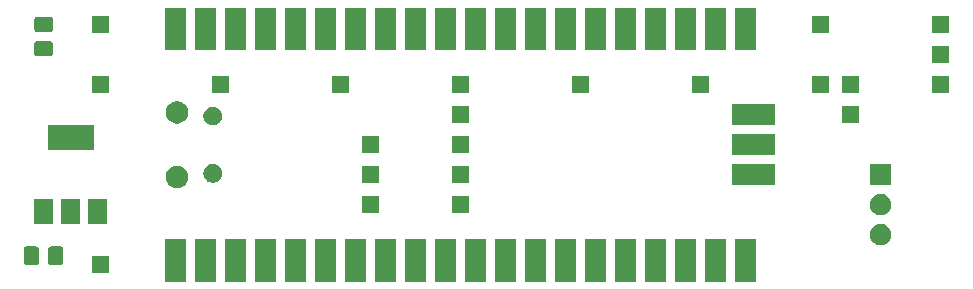
<source format=gbr>
G04 #@! TF.GenerationSoftware,KiCad,Pcbnew,5.1.5+dfsg1-2build2*
G04 #@! TF.CreationDate,2022-10-01T19:43:28+01:00*
G04 #@! TF.ProjectId,zx-memory-16-32,7a782d6d-656d-46f7-9279-2d31362d3332,rev?*
G04 #@! TF.SameCoordinates,Original*
G04 #@! TF.FileFunction,Soldermask,Top*
G04 #@! TF.FilePolarity,Negative*
%FSLAX46Y46*%
G04 Gerber Fmt 4.6, Leading zero omitted, Abs format (unit mm)*
G04 Created by KiCad (PCBNEW 5.1.5+dfsg1-2build2) date 2022-10-01 19:43:28*
%MOMM*%
%LPD*%
G04 APERTURE LIST*
%ADD10C,0.100000*%
G04 APERTURE END LIST*
D10*
G36*
X91071000Y-97951000D02*
G01*
X89269000Y-97951000D01*
X89269000Y-94349000D01*
X91071000Y-94349000D01*
X91071000Y-97951000D01*
G37*
G36*
X63131000Y-97951000D02*
G01*
X61329000Y-97951000D01*
X61329000Y-94349000D01*
X63131000Y-94349000D01*
X63131000Y-97951000D01*
G37*
G36*
X85991000Y-97951000D02*
G01*
X84189000Y-97951000D01*
X84189000Y-94349000D01*
X85991000Y-94349000D01*
X85991000Y-97951000D01*
G37*
G36*
X83451000Y-97951000D02*
G01*
X81649000Y-97951000D01*
X81649000Y-94349000D01*
X83451000Y-94349000D01*
X83451000Y-97951000D01*
G37*
G36*
X80911000Y-97951000D02*
G01*
X79109000Y-97951000D01*
X79109000Y-94349000D01*
X80911000Y-94349000D01*
X80911000Y-97951000D01*
G37*
G36*
X78371000Y-97951000D02*
G01*
X76569000Y-97951000D01*
X76569000Y-94349000D01*
X78371000Y-94349000D01*
X78371000Y-97951000D01*
G37*
G36*
X75831000Y-97951000D02*
G01*
X74029000Y-97951000D01*
X74029000Y-94349000D01*
X75831000Y-94349000D01*
X75831000Y-97951000D01*
G37*
G36*
X73291000Y-97951000D02*
G01*
X71489000Y-97951000D01*
X71489000Y-94349000D01*
X73291000Y-94349000D01*
X73291000Y-97951000D01*
G37*
G36*
X70751000Y-97951000D02*
G01*
X68949000Y-97951000D01*
X68949000Y-94349000D01*
X70751000Y-94349000D01*
X70751000Y-97951000D01*
G37*
G36*
X68211000Y-97951000D02*
G01*
X66409000Y-97951000D01*
X66409000Y-94349000D01*
X68211000Y-94349000D01*
X68211000Y-97951000D01*
G37*
G36*
X65671000Y-97951000D02*
G01*
X63869000Y-97951000D01*
X63869000Y-94349000D01*
X65671000Y-94349000D01*
X65671000Y-97951000D01*
G37*
G36*
X58051000Y-97951000D02*
G01*
X56249000Y-97951000D01*
X56249000Y-94349000D01*
X58051000Y-94349000D01*
X58051000Y-97951000D01*
G37*
G36*
X55511000Y-97951000D02*
G01*
X53709000Y-97951000D01*
X53709000Y-94349000D01*
X55511000Y-94349000D01*
X55511000Y-97951000D01*
G37*
G36*
X52971000Y-97951000D02*
G01*
X51169000Y-97951000D01*
X51169000Y-94349000D01*
X52971000Y-94349000D01*
X52971000Y-97951000D01*
G37*
G36*
X50431000Y-97951000D02*
G01*
X48629000Y-97951000D01*
X48629000Y-94349000D01*
X50431000Y-94349000D01*
X50431000Y-97951000D01*
G37*
G36*
X47891000Y-97951000D02*
G01*
X46089000Y-97951000D01*
X46089000Y-94349000D01*
X47891000Y-94349000D01*
X47891000Y-97951000D01*
G37*
G36*
X45351000Y-97951000D02*
G01*
X43549000Y-97951000D01*
X43549000Y-94349000D01*
X45351000Y-94349000D01*
X45351000Y-97951000D01*
G37*
G36*
X42811000Y-97951000D02*
G01*
X41009000Y-97951000D01*
X41009000Y-94349000D01*
X42811000Y-94349000D01*
X42811000Y-97951000D01*
G37*
G36*
X88531000Y-97951000D02*
G01*
X86729000Y-97951000D01*
X86729000Y-94349000D01*
X88531000Y-94349000D01*
X88531000Y-97951000D01*
G37*
G36*
X60591000Y-97951000D02*
G01*
X58789000Y-97951000D01*
X58789000Y-94349000D01*
X60591000Y-94349000D01*
X60591000Y-97951000D01*
G37*
G36*
X36286000Y-97246000D02*
G01*
X34834000Y-97246000D01*
X34834000Y-95794000D01*
X36286000Y-95794000D01*
X36286000Y-97246000D01*
G37*
G36*
X30173983Y-94986434D02*
G01*
X30211372Y-94997776D01*
X30245826Y-95016191D01*
X30276025Y-95040975D01*
X30300809Y-95071174D01*
X30319224Y-95105628D01*
X30330566Y-95143017D01*
X30335000Y-95188035D01*
X30335000Y-96327965D01*
X30330566Y-96372983D01*
X30319224Y-96410372D01*
X30300809Y-96444826D01*
X30276025Y-96475025D01*
X30245826Y-96499809D01*
X30211372Y-96518224D01*
X30173983Y-96529566D01*
X30128965Y-96534000D01*
X29264035Y-96534000D01*
X29219017Y-96529566D01*
X29181628Y-96518224D01*
X29147174Y-96499809D01*
X29116975Y-96475025D01*
X29092191Y-96444826D01*
X29073776Y-96410372D01*
X29062434Y-96372983D01*
X29058000Y-96327965D01*
X29058000Y-95188035D01*
X29062434Y-95143017D01*
X29073776Y-95105628D01*
X29092191Y-95071174D01*
X29116975Y-95040975D01*
X29147174Y-95016191D01*
X29181628Y-94997776D01*
X29219017Y-94986434D01*
X29264035Y-94982000D01*
X30128965Y-94982000D01*
X30173983Y-94986434D01*
G37*
G36*
X32248983Y-94986434D02*
G01*
X32286372Y-94997776D01*
X32320826Y-95016191D01*
X32351025Y-95040975D01*
X32375809Y-95071174D01*
X32394224Y-95105628D01*
X32405566Y-95143017D01*
X32410000Y-95188035D01*
X32410000Y-96327965D01*
X32405566Y-96372983D01*
X32394224Y-96410372D01*
X32375809Y-96444826D01*
X32351025Y-96475025D01*
X32320826Y-96499809D01*
X32286372Y-96518224D01*
X32248983Y-96529566D01*
X32203965Y-96534000D01*
X31339035Y-96534000D01*
X31294017Y-96529566D01*
X31256628Y-96518224D01*
X31222174Y-96499809D01*
X31191975Y-96475025D01*
X31167191Y-96444826D01*
X31148776Y-96410372D01*
X31137434Y-96372983D01*
X31133000Y-96327965D01*
X31133000Y-95188035D01*
X31137434Y-95143017D01*
X31148776Y-95105628D01*
X31167191Y-95071174D01*
X31191975Y-95040975D01*
X31222174Y-95016191D01*
X31256628Y-94997776D01*
X31294017Y-94986434D01*
X31339035Y-94982000D01*
X32203965Y-94982000D01*
X32248983Y-94986434D01*
G37*
G36*
X101713512Y-93083927D02*
G01*
X101862812Y-93113624D01*
X102026784Y-93181544D01*
X102174354Y-93280147D01*
X102299853Y-93405646D01*
X102398456Y-93553216D01*
X102466376Y-93717188D01*
X102501000Y-93891259D01*
X102501000Y-94068741D01*
X102466376Y-94242812D01*
X102398456Y-94406784D01*
X102299853Y-94554354D01*
X102174354Y-94679853D01*
X102026784Y-94778456D01*
X101862812Y-94846376D01*
X101713512Y-94876073D01*
X101688742Y-94881000D01*
X101511258Y-94881000D01*
X101486488Y-94876073D01*
X101337188Y-94846376D01*
X101173216Y-94778456D01*
X101025646Y-94679853D01*
X100900147Y-94554354D01*
X100801544Y-94406784D01*
X100733624Y-94242812D01*
X100699000Y-94068741D01*
X100699000Y-93891259D01*
X100733624Y-93717188D01*
X100801544Y-93553216D01*
X100900147Y-93405646D01*
X101025646Y-93280147D01*
X101173216Y-93181544D01*
X101337188Y-93113624D01*
X101486488Y-93083927D01*
X101511258Y-93079000D01*
X101688742Y-93079000D01*
X101713512Y-93083927D01*
G37*
G36*
X33821000Y-93101000D02*
G01*
X32219000Y-93101000D01*
X32219000Y-90999000D01*
X33821000Y-90999000D01*
X33821000Y-93101000D01*
G37*
G36*
X36121000Y-93101000D02*
G01*
X34519000Y-93101000D01*
X34519000Y-90999000D01*
X36121000Y-90999000D01*
X36121000Y-93101000D01*
G37*
G36*
X31521000Y-93101000D02*
G01*
X29919000Y-93101000D01*
X29919000Y-90999000D01*
X31521000Y-90999000D01*
X31521000Y-93101000D01*
G37*
G36*
X101713512Y-90543927D02*
G01*
X101862812Y-90573624D01*
X102026784Y-90641544D01*
X102174354Y-90740147D01*
X102299853Y-90865646D01*
X102398456Y-91013216D01*
X102466376Y-91177188D01*
X102501000Y-91351259D01*
X102501000Y-91528741D01*
X102466376Y-91702812D01*
X102398456Y-91866784D01*
X102299853Y-92014354D01*
X102174354Y-92139853D01*
X102026784Y-92238456D01*
X101862812Y-92306376D01*
X101713512Y-92336073D01*
X101688742Y-92341000D01*
X101511258Y-92341000D01*
X101486488Y-92336073D01*
X101337188Y-92306376D01*
X101173216Y-92238456D01*
X101025646Y-92139853D01*
X100900147Y-92014354D01*
X100801544Y-91866784D01*
X100733624Y-91702812D01*
X100699000Y-91528741D01*
X100699000Y-91351259D01*
X100733624Y-91177188D01*
X100801544Y-91013216D01*
X100900147Y-90865646D01*
X101025646Y-90740147D01*
X101173216Y-90641544D01*
X101337188Y-90573624D01*
X101486488Y-90543927D01*
X101511258Y-90539000D01*
X101688742Y-90539000D01*
X101713512Y-90543927D01*
G37*
G36*
X66766000Y-92166000D02*
G01*
X65314000Y-92166000D01*
X65314000Y-90714000D01*
X66766000Y-90714000D01*
X66766000Y-92166000D01*
G37*
G36*
X59146000Y-92166000D02*
G01*
X57694000Y-92166000D01*
X57694000Y-90714000D01*
X59146000Y-90714000D01*
X59146000Y-92166000D01*
G37*
G36*
X42317395Y-88170546D02*
G01*
X42490466Y-88242234D01*
X42490467Y-88242235D01*
X42646227Y-88346310D01*
X42778690Y-88478773D01*
X42831081Y-88557182D01*
X42882766Y-88634534D01*
X42954454Y-88807605D01*
X42991000Y-88991333D01*
X42991000Y-89178667D01*
X42954454Y-89362395D01*
X42882766Y-89535466D01*
X42882765Y-89535467D01*
X42778690Y-89691227D01*
X42646227Y-89823690D01*
X42567818Y-89876081D01*
X42490466Y-89927766D01*
X42317395Y-89999454D01*
X42133667Y-90036000D01*
X41946333Y-90036000D01*
X41762605Y-89999454D01*
X41589534Y-89927766D01*
X41512182Y-89876081D01*
X41433773Y-89823690D01*
X41301310Y-89691227D01*
X41197235Y-89535467D01*
X41197234Y-89535466D01*
X41125546Y-89362395D01*
X41089000Y-89178667D01*
X41089000Y-88991333D01*
X41125546Y-88807605D01*
X41197234Y-88634534D01*
X41248919Y-88557182D01*
X41301310Y-88478773D01*
X41433773Y-88346310D01*
X41589533Y-88242235D01*
X41589534Y-88242234D01*
X41762605Y-88170546D01*
X41946333Y-88134000D01*
X42133667Y-88134000D01*
X42317395Y-88170546D01*
G37*
G36*
X92641000Y-89801000D02*
G01*
X89039000Y-89801000D01*
X89039000Y-87999000D01*
X92641000Y-87999000D01*
X92641000Y-89801000D01*
G37*
G36*
X102501000Y-89801000D02*
G01*
X100699000Y-89801000D01*
X100699000Y-87999000D01*
X102501000Y-87999000D01*
X102501000Y-89801000D01*
G37*
G36*
X66766000Y-89626000D02*
G01*
X65314000Y-89626000D01*
X65314000Y-88174000D01*
X66766000Y-88174000D01*
X66766000Y-89626000D01*
G37*
G36*
X59146000Y-89626000D02*
G01*
X57694000Y-89626000D01*
X57694000Y-88174000D01*
X59146000Y-88174000D01*
X59146000Y-89626000D01*
G37*
G36*
X45303642Y-88014781D02*
G01*
X45449414Y-88075162D01*
X45449416Y-88075163D01*
X45580608Y-88162822D01*
X45692178Y-88274392D01*
X45779837Y-88405584D01*
X45779838Y-88405586D01*
X45840219Y-88551358D01*
X45871000Y-88706107D01*
X45871000Y-88863893D01*
X45840219Y-89018642D01*
X45779838Y-89164414D01*
X45779837Y-89164416D01*
X45692178Y-89295608D01*
X45580608Y-89407178D01*
X45449416Y-89494837D01*
X45449415Y-89494838D01*
X45449414Y-89494838D01*
X45303642Y-89555219D01*
X45148893Y-89586000D01*
X44991107Y-89586000D01*
X44836358Y-89555219D01*
X44690586Y-89494838D01*
X44690585Y-89494838D01*
X44690584Y-89494837D01*
X44559392Y-89407178D01*
X44447822Y-89295608D01*
X44360163Y-89164416D01*
X44360162Y-89164414D01*
X44299781Y-89018642D01*
X44269000Y-88863893D01*
X44269000Y-88706107D01*
X44299781Y-88551358D01*
X44360162Y-88405586D01*
X44360163Y-88405584D01*
X44447822Y-88274392D01*
X44559392Y-88162822D01*
X44690584Y-88075163D01*
X44690586Y-88075162D01*
X44836358Y-88014781D01*
X44991107Y-87984000D01*
X45148893Y-87984000D01*
X45303642Y-88014781D01*
G37*
G36*
X92641000Y-87261000D02*
G01*
X89039000Y-87261000D01*
X89039000Y-85459000D01*
X92641000Y-85459000D01*
X92641000Y-87261000D01*
G37*
G36*
X66766000Y-87086000D02*
G01*
X65314000Y-87086000D01*
X65314000Y-85634000D01*
X66766000Y-85634000D01*
X66766000Y-87086000D01*
G37*
G36*
X59146000Y-87086000D02*
G01*
X57694000Y-87086000D01*
X57694000Y-85634000D01*
X59146000Y-85634000D01*
X59146000Y-87086000D01*
G37*
G36*
X34971000Y-86801000D02*
G01*
X31069000Y-86801000D01*
X31069000Y-84699000D01*
X34971000Y-84699000D01*
X34971000Y-86801000D01*
G37*
G36*
X45303642Y-83164781D02*
G01*
X45449414Y-83225162D01*
X45449416Y-83225163D01*
X45580608Y-83312822D01*
X45692178Y-83424392D01*
X45770316Y-83541335D01*
X45779838Y-83555586D01*
X45840219Y-83701358D01*
X45871000Y-83856107D01*
X45871000Y-84013893D01*
X45840219Y-84168642D01*
X45810154Y-84241225D01*
X45779837Y-84314416D01*
X45692178Y-84445608D01*
X45580608Y-84557178D01*
X45449416Y-84644837D01*
X45449415Y-84644838D01*
X45449414Y-84644838D01*
X45303642Y-84705219D01*
X45148893Y-84736000D01*
X44991107Y-84736000D01*
X44836358Y-84705219D01*
X44690586Y-84644838D01*
X44690585Y-84644838D01*
X44690584Y-84644837D01*
X44559392Y-84557178D01*
X44447822Y-84445608D01*
X44360163Y-84314416D01*
X44329846Y-84241225D01*
X44299781Y-84168642D01*
X44269000Y-84013893D01*
X44269000Y-83856107D01*
X44299781Y-83701358D01*
X44360162Y-83555586D01*
X44369684Y-83541335D01*
X44447822Y-83424392D01*
X44559392Y-83312822D01*
X44690584Y-83225163D01*
X44690586Y-83225162D01*
X44836358Y-83164781D01*
X44991107Y-83134000D01*
X45148893Y-83134000D01*
X45303642Y-83164781D01*
G37*
G36*
X92641000Y-84721000D02*
G01*
X89039000Y-84721000D01*
X89039000Y-82919000D01*
X92641000Y-82919000D01*
X92641000Y-84721000D01*
G37*
G36*
X42317395Y-82720546D02*
G01*
X42490466Y-82792234D01*
X42490467Y-82792235D01*
X42646227Y-82896310D01*
X42778690Y-83028773D01*
X42778691Y-83028775D01*
X42882766Y-83184534D01*
X42954454Y-83357605D01*
X42991000Y-83541333D01*
X42991000Y-83728667D01*
X42954454Y-83912395D01*
X42882766Y-84085466D01*
X42882765Y-84085467D01*
X42778690Y-84241227D01*
X42646227Y-84373690D01*
X42615301Y-84394354D01*
X42490466Y-84477766D01*
X42317395Y-84549454D01*
X42133667Y-84586000D01*
X41946333Y-84586000D01*
X41762605Y-84549454D01*
X41589534Y-84477766D01*
X41464699Y-84394354D01*
X41433773Y-84373690D01*
X41301310Y-84241227D01*
X41197235Y-84085467D01*
X41197234Y-84085466D01*
X41125546Y-83912395D01*
X41089000Y-83728667D01*
X41089000Y-83541333D01*
X41125546Y-83357605D01*
X41197234Y-83184534D01*
X41301309Y-83028775D01*
X41301310Y-83028773D01*
X41433773Y-82896310D01*
X41589533Y-82792235D01*
X41589534Y-82792234D01*
X41762605Y-82720546D01*
X41946333Y-82684000D01*
X42133667Y-82684000D01*
X42317395Y-82720546D01*
G37*
G36*
X99786000Y-84546000D02*
G01*
X98334000Y-84546000D01*
X98334000Y-83094000D01*
X99786000Y-83094000D01*
X99786000Y-84546000D01*
G37*
G36*
X66766000Y-84546000D02*
G01*
X65314000Y-84546000D01*
X65314000Y-83094000D01*
X66766000Y-83094000D01*
X66766000Y-84546000D01*
G37*
G36*
X97246000Y-82006000D02*
G01*
X95794000Y-82006000D01*
X95794000Y-80554000D01*
X97246000Y-80554000D01*
X97246000Y-82006000D01*
G37*
G36*
X87086000Y-82006000D02*
G01*
X85634000Y-82006000D01*
X85634000Y-80554000D01*
X87086000Y-80554000D01*
X87086000Y-82006000D01*
G37*
G36*
X76926000Y-82006000D02*
G01*
X75474000Y-82006000D01*
X75474000Y-80554000D01*
X76926000Y-80554000D01*
X76926000Y-82006000D01*
G37*
G36*
X66766000Y-82006000D02*
G01*
X65314000Y-82006000D01*
X65314000Y-80554000D01*
X66766000Y-80554000D01*
X66766000Y-82006000D01*
G37*
G36*
X46446000Y-82006000D02*
G01*
X44994000Y-82006000D01*
X44994000Y-80554000D01*
X46446000Y-80554000D01*
X46446000Y-82006000D01*
G37*
G36*
X36286000Y-82006000D02*
G01*
X34834000Y-82006000D01*
X34834000Y-80554000D01*
X36286000Y-80554000D01*
X36286000Y-82006000D01*
G37*
G36*
X99786000Y-82006000D02*
G01*
X98334000Y-82006000D01*
X98334000Y-80554000D01*
X99786000Y-80554000D01*
X99786000Y-82006000D01*
G37*
G36*
X56606000Y-82006000D02*
G01*
X55154000Y-82006000D01*
X55154000Y-80554000D01*
X56606000Y-80554000D01*
X56606000Y-82006000D01*
G37*
G36*
X107406000Y-82006000D02*
G01*
X105954000Y-82006000D01*
X105954000Y-80554000D01*
X107406000Y-80554000D01*
X107406000Y-82006000D01*
G37*
G36*
X107406000Y-79466000D02*
G01*
X105954000Y-79466000D01*
X105954000Y-78014000D01*
X107406000Y-78014000D01*
X107406000Y-79466000D01*
G37*
G36*
X31348983Y-77619434D02*
G01*
X31386372Y-77630776D01*
X31420826Y-77649191D01*
X31451025Y-77673975D01*
X31475809Y-77704174D01*
X31494224Y-77738628D01*
X31505566Y-77776017D01*
X31510000Y-77821035D01*
X31510000Y-78685965D01*
X31505566Y-78730983D01*
X31494224Y-78768372D01*
X31475809Y-78802826D01*
X31451025Y-78833025D01*
X31420826Y-78857809D01*
X31386372Y-78876224D01*
X31348983Y-78887566D01*
X31303965Y-78892000D01*
X30164035Y-78892000D01*
X30119017Y-78887566D01*
X30081628Y-78876224D01*
X30047174Y-78857809D01*
X30016975Y-78833025D01*
X29992191Y-78802826D01*
X29973776Y-78768372D01*
X29962434Y-78730983D01*
X29958000Y-78685965D01*
X29958000Y-77821035D01*
X29962434Y-77776017D01*
X29973776Y-77738628D01*
X29992191Y-77704174D01*
X30016975Y-77673975D01*
X30047174Y-77649191D01*
X30081628Y-77630776D01*
X30119017Y-77619434D01*
X30164035Y-77615000D01*
X31303965Y-77615000D01*
X31348983Y-77619434D01*
G37*
G36*
X52971000Y-78371000D02*
G01*
X51169000Y-78371000D01*
X51169000Y-74769000D01*
X52971000Y-74769000D01*
X52971000Y-78371000D01*
G37*
G36*
X55511000Y-78371000D02*
G01*
X53709000Y-78371000D01*
X53709000Y-74769000D01*
X55511000Y-74769000D01*
X55511000Y-78371000D01*
G37*
G36*
X58051000Y-78371000D02*
G01*
X56249000Y-78371000D01*
X56249000Y-74769000D01*
X58051000Y-74769000D01*
X58051000Y-78371000D01*
G37*
G36*
X60591000Y-78371000D02*
G01*
X58789000Y-78371000D01*
X58789000Y-74769000D01*
X60591000Y-74769000D01*
X60591000Y-78371000D01*
G37*
G36*
X63131000Y-78371000D02*
G01*
X61329000Y-78371000D01*
X61329000Y-74769000D01*
X63131000Y-74769000D01*
X63131000Y-78371000D01*
G37*
G36*
X65671000Y-78371000D02*
G01*
X63869000Y-78371000D01*
X63869000Y-74769000D01*
X65671000Y-74769000D01*
X65671000Y-78371000D01*
G37*
G36*
X68211000Y-78371000D02*
G01*
X66409000Y-78371000D01*
X66409000Y-74769000D01*
X68211000Y-74769000D01*
X68211000Y-78371000D01*
G37*
G36*
X70751000Y-78371000D02*
G01*
X68949000Y-78371000D01*
X68949000Y-74769000D01*
X70751000Y-74769000D01*
X70751000Y-78371000D01*
G37*
G36*
X42811000Y-78371000D02*
G01*
X41009000Y-78371000D01*
X41009000Y-74769000D01*
X42811000Y-74769000D01*
X42811000Y-78371000D01*
G37*
G36*
X80911000Y-78371000D02*
G01*
X79109000Y-78371000D01*
X79109000Y-74769000D01*
X80911000Y-74769000D01*
X80911000Y-78371000D01*
G37*
G36*
X50431000Y-78371000D02*
G01*
X48629000Y-78371000D01*
X48629000Y-74769000D01*
X50431000Y-74769000D01*
X50431000Y-78371000D01*
G37*
G36*
X47891000Y-78371000D02*
G01*
X46089000Y-78371000D01*
X46089000Y-74769000D01*
X47891000Y-74769000D01*
X47891000Y-78371000D01*
G37*
G36*
X45351000Y-78371000D02*
G01*
X43549000Y-78371000D01*
X43549000Y-74769000D01*
X45351000Y-74769000D01*
X45351000Y-78371000D01*
G37*
G36*
X73291000Y-78371000D02*
G01*
X71489000Y-78371000D01*
X71489000Y-74769000D01*
X73291000Y-74769000D01*
X73291000Y-78371000D01*
G37*
G36*
X75831000Y-78371000D02*
G01*
X74029000Y-78371000D01*
X74029000Y-74769000D01*
X75831000Y-74769000D01*
X75831000Y-78371000D01*
G37*
G36*
X78371000Y-78371000D02*
G01*
X76569000Y-78371000D01*
X76569000Y-74769000D01*
X78371000Y-74769000D01*
X78371000Y-78371000D01*
G37*
G36*
X83451000Y-78371000D02*
G01*
X81649000Y-78371000D01*
X81649000Y-74769000D01*
X83451000Y-74769000D01*
X83451000Y-78371000D01*
G37*
G36*
X85991000Y-78371000D02*
G01*
X84189000Y-78371000D01*
X84189000Y-74769000D01*
X85991000Y-74769000D01*
X85991000Y-78371000D01*
G37*
G36*
X88531000Y-78371000D02*
G01*
X86729000Y-78371000D01*
X86729000Y-74769000D01*
X88531000Y-74769000D01*
X88531000Y-78371000D01*
G37*
G36*
X91071000Y-78371000D02*
G01*
X89269000Y-78371000D01*
X89269000Y-74769000D01*
X91071000Y-74769000D01*
X91071000Y-78371000D01*
G37*
G36*
X97246000Y-76926000D02*
G01*
X95794000Y-76926000D01*
X95794000Y-75474000D01*
X97246000Y-75474000D01*
X97246000Y-76926000D01*
G37*
G36*
X107406000Y-76926000D02*
G01*
X105954000Y-76926000D01*
X105954000Y-75474000D01*
X107406000Y-75474000D01*
X107406000Y-76926000D01*
G37*
G36*
X36286000Y-76926000D02*
G01*
X34834000Y-76926000D01*
X34834000Y-75474000D01*
X36286000Y-75474000D01*
X36286000Y-76926000D01*
G37*
G36*
X31348983Y-75544434D02*
G01*
X31386372Y-75555776D01*
X31420826Y-75574191D01*
X31451025Y-75598975D01*
X31475809Y-75629174D01*
X31494224Y-75663628D01*
X31505566Y-75701017D01*
X31510000Y-75746035D01*
X31510000Y-76610965D01*
X31505566Y-76655983D01*
X31494224Y-76693372D01*
X31475809Y-76727826D01*
X31451025Y-76758025D01*
X31420826Y-76782809D01*
X31386372Y-76801224D01*
X31348983Y-76812566D01*
X31303965Y-76817000D01*
X30164035Y-76817000D01*
X30119017Y-76812566D01*
X30081628Y-76801224D01*
X30047174Y-76782809D01*
X30016975Y-76758025D01*
X29992191Y-76727826D01*
X29973776Y-76693372D01*
X29962434Y-76655983D01*
X29958000Y-76610965D01*
X29958000Y-75746035D01*
X29962434Y-75701017D01*
X29973776Y-75663628D01*
X29992191Y-75629174D01*
X30016975Y-75598975D01*
X30047174Y-75574191D01*
X30081628Y-75555776D01*
X30119017Y-75544434D01*
X30164035Y-75540000D01*
X31303965Y-75540000D01*
X31348983Y-75544434D01*
G37*
M02*

</source>
